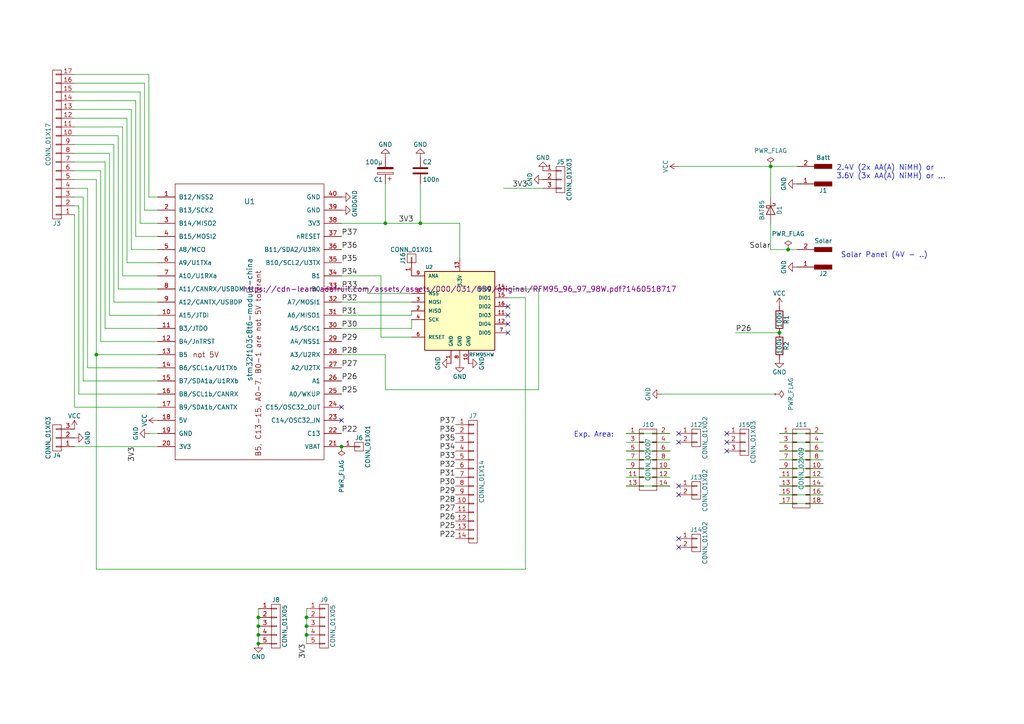
<source format=kicad_sch>
(kicad_sch (version 20250114) (generator "eeschema") (generator_version "9.0")
  (paper "A4")
  (title_block (title "STM32 RFM95 Proto Board") (date "2025-02-21") (rev "0.9") (company "http://v7f.eu"))
  (lib_symbols
    (symbol "RFM95:RFM95HW" (pin_names (offset 1.016))
      (property "Reference" "U" (at -8.89 6.35 0))
      (property "Value" "RFM95HW" (at 6.35 -19.05 0))
      (property "Datasheet" "https://cdn-learn.adafruit.com/assets/assets/000/031/659/original/RFM95_96_97_98W.pdf?1460518717" (at 0 0 0))
      (symbol "RFM95HW_0_1"
        (rectangle (start -10.16 5.08) (end 10.16 -17.78) (stroke (width 0.254)) (fill (type background)))
      )
      (symbol "RFM95HW_1_1"
        (pin passive line (at -13.97 3.81 0) (length 3.81) (name "ANA") (number "9"))
        (pin input line (at -13.97 -1.27 0) (length 3.81) (name "NSS") (number "5"))
        (pin input line (at -13.97 -3.81 0) (length 3.81) (name "MOSI") (number "3"))
        (pin tri_state line (at -13.97 -6.35 0) (length 3.81) (name "MISO") (number "2"))
        (pin input line (at -13.97 -8.89 0) (length 3.81) (name "SCK") (number "4"))
        (pin bidirectional line (at -13.97 -13.97 0) (length 3.81) (name "RESET") (number "6"))
        (pin power_in line (at -2.54 -21.59 90) (length 3.81) (name "GND") (number "1"))
        (pin power_in line (at 0 8.89 270) (length 3.81) (name "3.3V") (number "13"))
        (pin power_in line (at 0 -21.59 90) (length 3.81) (name "GND") (number "8"))
        (pin power_in line (at 2.54 -21.59 90) (length 3.81) (name "GND") (number "10"))
        (pin bidirectional line (at 13.97 0 180) (length 3.81) (name "DIO0") (number "14"))
        (pin bidirectional line (at 13.97 -2.54 180) (length 3.81) (name "DIO1") (number "15"))
        (pin bidirectional line (at 13.97 -5.08 180) (length 3.81) (name "DIO2") (number "16"))
        (pin bidirectional line (at 13.97 -7.62 180) (length 3.81) (name "DIO3") (number "11"))
        (pin bidirectional line (at 13.97 -10.16 180) (length 3.81) (name "DIO4") (number "12"))
        (pin bidirectional line (at 13.97 -12.7 180) (length 3.81) (name "DIO5") (number "7"))
      )
    )
    (symbol "STM-LORA-rescue:C" (pin_numbers (hide yes)) (pin_names (offset 0.254))
      (property "Reference" "C" (at 0.635 2.54 0))
      (property "Value" "C" (at 0.635 -2.54 0))
      (symbol "C_0_1"
        (polyline (pts (xy -2.032 0.762) (xy 2.032 0.762)) (stroke (width 0.508)))
        (polyline (pts (xy -2.032 -0.762) (xy 2.032 -0.762)) (stroke (width 0.508)))
      )
      (symbol "C_1_1"
        (pin passive line (at 0 3.81 270) (length 2.794) (name "~") (number "1"))
        (pin passive line (at 0 -3.81 90) (length 2.794) (name "~") (number "2"))
      )
    )
    (symbol "STM-LORA-rescue:CONN_01X01" (pin_names (offset 1.016) (hide yes))
      (property "Reference" "J" (at 0 2.54 0))
      (property "Value" "CONN_01X01" (at 2.54 0 90))
      (symbol "CONN_01X01_0_1"
        (rectangle (start -1.27 1.27) (end 1.27 -1.27))
        (rectangle (start -1.27 0.127) (end 0.254 -0.127))
      )
      (symbol "CONN_01X01_1_1"
        (pin passive line (at -5.08 0 0) (length 3.81) (name "P1") (number "1"))
      )
    )
    (symbol "STM-LORA-rescue:CONN_01X02" (pin_names (offset 1.016) (hide yes))
      (property "Reference" "J" (at 0 3.81 0))
      (property "Value" "CONN_01X02" (at 2.54 0 90))
      (symbol "CONN_01X02_0_1"
        (rectangle (start -1.27 2.54) (end 1.27 -2.54))
        (rectangle (start -1.27 1.397) (end 0.254 1.143))
        (rectangle (start -1.27 -1.143) (end 0.254 -1.397))
      )
      (symbol "CONN_01X02_1_1"
        (pin passive line (at -5.08 1.27 0) (length 3.81) (name "P1") (number "1"))
        (pin passive line (at -5.08 -1.27 0) (length 3.81) (name "P2") (number "2"))
      )
    )
    (symbol "STM-LORA-rescue:CONN_01X02_MALE" (pin_names (offset 1.016) (hide yes))
      (property "Reference" "J" (at 0 4.445 0))
      (property "Value" "CONN_01X02_MALE" (at 0 -5.08 0))
      (symbol "CONN_01X02_MALE_0_1"
        (rectangle (start -2.54 3.175) (end -2.54 3.175))
        (rectangle (start -2.54 -1.905) (end 2.54 -3.175) (fill (type outline)))
        (rectangle (start 2.54 3.175) (end -2.54 1.905) (fill (type outline)))
      )
      (symbol "CONN_01X02_MALE_1_1"
        (pin passive line (at 7.62 2.54 180) (length 5.08) (name "1") (number "1"))
        (pin passive line (at 7.62 -2.54 180) (length 5.08) (name "2") (number "2"))
      )
    )
    (symbol "STM-LORA-rescue:CONN_01X03" (pin_names (offset 1.016) (hide yes))
      (property "Reference" "J" (at 0 5.08 0))
      (property "Value" "CONN_01X03" (at 2.54 0 90))
      (symbol "CONN_01X03_0_1"
        (rectangle (start -1.27 3.81) (end 1.27 -3.81))
        (rectangle (start -1.27 2.667) (end 0.254 2.413))
        (rectangle (start -1.27 0.127) (end 0.254 -0.127))
        (rectangle (start -1.27 -2.413) (end 0.254 -2.667))
      )
      (symbol "CONN_01X03_1_1"
        (pin passive line (at -5.08 2.54 0) (length 3.81) (name "P1") (number "1"))
        (pin passive line (at -5.08 0 0) (length 3.81) (name "P2") (number "2"))
        (pin passive line (at -5.08 -2.54 0) (length 3.81) (name "P3") (number "3"))
      )
    )
    (symbol "STM-LORA-rescue:CONN_01X05" (pin_names (offset 1.016) (hide yes))
      (property "Reference" "J" (at 0 7.62 0))
      (property "Value" "CONN_01X05" (at 2.54 0 90))
      (symbol "CONN_01X05_0_1"
        (rectangle (start -1.27 6.35) (end 1.27 -6.35))
        (rectangle (start -1.27 5.207) (end 0.254 4.953))
        (rectangle (start -1.27 2.667) (end 0.254 2.413))
        (rectangle (start -1.27 0.127) (end 0.254 -0.127))
        (rectangle (start -1.27 -2.413) (end 0.254 -2.667))
        (rectangle (start -1.27 -4.953) (end 0.254 -5.207))
      )
      (symbol "CONN_01X05_1_1"
        (pin passive line (at -5.08 5.08 0) (length 3.81) (name "P1") (number "1"))
        (pin passive line (at -5.08 2.54 0) (length 3.81) (name "P2") (number "2"))
        (pin passive line (at -5.08 0 0) (length 3.81) (name "P3") (number "3"))
        (pin passive line (at -5.08 -2.54 0) (length 3.81) (name "P4") (number "4"))
        (pin passive line (at -5.08 -5.08 0) (length 3.81) (name "P5") (number "5"))
      )
    )
    (symbol "STM-LORA-rescue:CONN_01X14" (pin_names (offset 1.016) (hide yes))
      (property "Reference" "J" (at 0 19.05 0))
      (property "Value" "CONN_01X14" (at 2.54 0 90))
      (symbol "CONN_01X14_0_1"
        (rectangle (start -1.27 17.78) (end 1.27 -17.78))
        (rectangle (start -1.27 16.637) (end 0.254 16.383))
        (rectangle (start -1.27 14.097) (end 0.254 13.843))
        (rectangle (start -1.27 11.557) (end 0.254 11.303))
        (rectangle (start -1.27 9.017) (end 0.254 8.763))
        (rectangle (start -1.27 6.477) (end 0.254 6.223))
        (rectangle (start -1.27 3.937) (end 0.254 3.683))
        (rectangle (start -1.27 1.397) (end 0.254 1.143))
        (rectangle (start -1.27 -1.143) (end 0.254 -1.397))
        (rectangle (start -1.27 -3.683) (end 0.254 -3.937))
        (rectangle (start -1.27 -6.223) (end 0.254 -6.477))
        (rectangle (start -1.27 -8.763) (end 0.254 -9.017))
        (rectangle (start -1.27 -11.303) (end 0.254 -11.557))
        (rectangle (start -1.27 -13.843) (end 0.254 -14.097))
        (rectangle (start -1.27 -16.383) (end 0.254 -16.637))
      )
      (symbol "CONN_01X14_1_1"
        (pin passive line (at -5.08 16.51 0) (length 3.81) (name "P1") (number "1"))
        (pin passive line (at -5.08 13.97 0) (length 3.81) (name "P2") (number "2"))
        (pin passive line (at -5.08 11.43 0) (length 3.81) (name "P3") (number "3"))
        (pin passive line (at -5.08 8.89 0) (length 3.81) (name "P4") (number "4"))
        (pin passive line (at -5.08 6.35 0) (length 3.81) (name "P5") (number "5"))
        (pin passive line (at -5.08 3.81 0) (length 3.81) (name "P6") (number "6"))
        (pin passive line (at -5.08 1.27 0) (length 3.81) (name "P7") (number "7"))
        (pin passive line (at -5.08 -1.27 0) (length 3.81) (name "P8") (number "8"))
        (pin passive line (at -5.08 -3.81 0) (length 3.81) (name "P9") (number "9"))
        (pin passive line (at -5.08 -6.35 0) (length 3.81) (name "P10") (number "10"))
        (pin passive line (at -5.08 -8.89 0) (length 3.81) (name "P11") (number "11"))
        (pin passive line (at -5.08 -11.43 0) (length 3.81) (name "P12") (number "12"))
        (pin passive line (at -5.08 -13.97 0) (length 3.81) (name "P13") (number "13"))
        (pin passive line (at -5.08 -16.51 0) (length 3.81) (name "P14") (number "14"))
      )
    )
    (symbol "STM-LORA-rescue:CONN_01X17" (pin_names (offset 1.016) (hide yes))
      (property "Reference" "J" (at 0 22.86 0))
      (property "Value" "CONN_01X17" (at 2.54 0 90))
      (symbol "CONN_01X17_0_1"
        (rectangle (start -1.27 21.59) (end 1.27 -21.59))
        (rectangle (start -1.27 20.447) (end 0.254 20.193))
        (rectangle (start -1.27 17.907) (end 0.254 17.653))
        (rectangle (start -1.27 15.367) (end 0.254 15.113))
        (rectangle (start -1.27 12.827) (end 0.254 12.573))
        (rectangle (start -1.27 10.287) (end 0.254 10.033))
        (rectangle (start -1.27 7.747) (end 0.254 7.493))
        (rectangle (start -1.27 5.207) (end 0.254 4.953))
        (rectangle (start -1.27 2.667) (end 0.254 2.413))
        (rectangle (start -1.27 0.127) (end 0.254 -0.127))
        (rectangle (start -1.27 -2.413) (end 0.254 -2.667))
        (rectangle (start -1.27 -4.953) (end 0.254 -5.207))
        (rectangle (start -1.27 -7.493) (end 0.254 -7.747))
        (rectangle (start -1.27 -10.033) (end 0.254 -10.287))
        (rectangle (start -1.27 -12.573) (end 0.254 -12.827))
        (rectangle (start -1.27 -15.113) (end 0.254 -15.367))
        (rectangle (start -1.27 -17.653) (end 0.254 -17.907))
        (rectangle (start -1.27 -20.193) (end 0.254 -20.447))
      )
      (symbol "CONN_01X17_1_1"
        (pin passive line (at -5.08 20.32 0) (length 3.81) (name "P1") (number "1"))
        (pin passive line (at -5.08 17.78 0) (length 3.81) (name "P2") (number "2"))
        (pin passive line (at -5.08 15.24 0) (length 3.81) (name "P3") (number "3"))
        (pin passive line (at -5.08 12.7 0) (length 3.81) (name "P4") (number "4"))
        (pin passive line (at -5.08 10.16 0) (length 3.81) (name "P5") (number "5"))
        (pin passive line (at -5.08 7.62 0) (length 3.81) (name "P6") (number "6"))
        (pin passive line (at -5.08 5.08 0) (length 3.81) (name "P7") (number "7"))
        (pin passive line (at -5.08 2.54 0) (length 3.81) (name "P8") (number "8"))
        (pin passive line (at -5.08 0 0) (length 3.81) (name "P9") (number "9"))
        (pin passive line (at -5.08 -2.54 0) (length 3.81) (name "P10") (number "10"))
        (pin passive line (at -5.08 -5.08 0) (length 3.81) (name "P11") (number "11"))
        (pin passive line (at -5.08 -7.62 0) (length 3.81) (name "P12") (number "12"))
        (pin passive line (at -5.08 -10.16 0) (length 3.81) (name "P13") (number "13"))
        (pin passive line (at -5.08 -12.7 0) (length 3.81) (name "P14") (number "14"))
        (pin passive line (at -5.08 -15.24 0) (length 3.81) (name "P15") (number "15"))
        (pin passive line (at -5.08 -17.78 0) (length 3.81) (name "P16") (number "16"))
        (pin passive line (at -5.08 -20.32 0) (length 3.81) (name "P17") (number "17"))
      )
    )
    (symbol "STM-LORA-rescue:CONN_02X07" (pin_names (offset 0.0254) (hide yes))
      (property "Reference" "J" (at 0 10.16 0))
      (property "Value" "CONN_02X07" (at 0 0 90))
      (symbol "CONN_02X07_0_1"
        (rectangle (start -2.54 8.89) (end 2.54 -8.89))
        (rectangle (start -2.54 7.747) (end -1.27 7.493))
        (rectangle (start -2.54 5.207) (end -1.27 4.953))
        (rectangle (start -2.54 2.667) (end -1.27 2.413))
        (rectangle (start -2.54 0.127) (end -1.27 -0.127))
        (rectangle (start -2.54 -2.413) (end -1.27 -2.667))
        (rectangle (start -2.54 -4.953) (end -1.27 -5.207))
        (rectangle (start -2.54 -7.493) (end -1.27 -7.747))
        (rectangle (start 1.27 7.747) (end 2.54 7.493))
        (rectangle (start 1.27 5.207) (end 2.54 4.953))
        (rectangle (start 1.27 2.667) (end 2.54 2.413))
        (rectangle (start 1.27 0.127) (end 2.54 -0.127))
        (rectangle (start 1.27 -2.413) (end 2.54 -2.667))
        (rectangle (start 1.27 -4.953) (end 2.54 -5.207))
        (rectangle (start 1.27 -7.493) (end 2.54 -7.747))
      )
      (symbol "CONN_02X07_1_1"
        (pin passive line (at -6.35 7.62 0) (length 3.81) (name "P1") (number "1"))
        (pin passive line (at -6.35 5.08 0) (length 3.81) (name "P3") (number "3"))
        (pin passive line (at -6.35 2.54 0) (length 3.81) (name "P5") (number "5"))
        (pin passive line (at -6.35 0 0) (length 3.81) (name "P7") (number "7"))
        (pin passive line (at -6.35 -2.54 0) (length 3.81) (name "P9") (number "9"))
        (pin passive line (at -6.35 -5.08 0) (length 3.81) (name "P11") (number "11"))
        (pin passive line (at -6.35 -7.62 0) (length 3.81) (name "P13") (number "13"))
        (pin passive line (at 6.35 7.62 180) (length 3.81) (name "P2") (number "2"))
        (pin passive line (at 6.35 5.08 180) (length 3.81) (name "P4") (number "4"))
        (pin passive line (at 6.35 2.54 180) (length 3.81) (name "P6") (number "6"))
        (pin passive line (at 6.35 0 180) (length 3.81) (name "P8") (number "8"))
        (pin passive line (at 6.35 -2.54 180) (length 3.81) (name "P10") (number "10"))
        (pin passive line (at 6.35 -5.08 180) (length 3.81) (name "P12") (number "12"))
        (pin passive line (at 6.35 -7.62 180) (length 3.81) (name "P14") (number "14"))
      )
    )
    (symbol "STM-LORA-rescue:CONN_02X09" (pin_names (offset 0.0254) (hide yes))
      (property "Reference" "J" (at 0 12.7 0))
      (property "Value" "CONN_02X09" (at 0 0 90))
      (symbol "CONN_02X09_0_1"
        (rectangle (start -2.54 11.43) (end 2.54 -11.43))
        (rectangle (start -2.54 10.287) (end -1.27 10.033))
        (rectangle (start -2.54 7.747) (end -1.27 7.493))
        (rectangle (start -2.54 5.207) (end -1.27 4.953))
        (rectangle (start -2.54 2.667) (end -1.27 2.413))
        (rectangle (start -2.54 0.127) (end -1.27 -0.127))
        (rectangle (start -2.54 -2.413) (end -1.27 -2.667))
        (rectangle (start -2.54 -4.953) (end -1.27 -5.207))
        (rectangle (start -2.54 -7.493) (end -1.27 -7.747))
        (rectangle (start -2.54 -10.033) (end -1.27 -10.287))
        (rectangle (start 1.27 10.287) (end 2.54 10.033))
        (rectangle (start 1.27 7.747) (end 2.54 7.493))
        (rectangle (start 1.27 5.207) (end 2.54 4.953))
        (rectangle (start 1.27 2.667) (end 2.54 2.413))
        (rectangle (start 1.27 0.127) (end 2.54 -0.127))
        (rectangle (start 1.27 -2.413) (end 2.54 -2.667))
        (rectangle (start 1.27 -4.953) (end 2.54 -5.207))
        (rectangle (start 1.27 -7.493) (end 2.54 -7.747))
        (rectangle (start 1.27 -10.033) (end 2.54 -10.287))
      )
      (symbol "CONN_02X09_1_1"
        (pin passive line (at -6.35 10.16 0) (length 3.81) (name "P1") (number "1"))
        (pin passive line (at -6.35 7.62 0) (length 3.81) (name "P3") (number "3"))
        (pin passive line (at -6.35 5.08 0) (length 3.81) (name "P5") (number "5"))
        (pin passive line (at -6.35 2.54 0) (length 3.81) (name "P7") (number "7"))
        (pin passive line (at -6.35 0 0) (length 3.81) (name "P9") (number "9"))
        (pin passive line (at -6.35 -2.54 0) (length 3.81) (name "P11") (number "11"))
        (pin passive line (at -6.35 -5.08 0) (length 3.81) (name "P13") (number "13"))
        (pin passive line (at -6.35 -7.62 0) (length 3.81) (name "P15") (number "15"))
        (pin passive line (at -6.35 -10.16 0) (length 3.81) (name "P17") (number "17"))
        (pin passive line (at 6.35 10.16 180) (length 3.81) (name "P2") (number "2"))
        (pin passive line (at 6.35 7.62 180) (length 3.81) (name "P4") (number "4"))
        (pin passive line (at 6.35 5.08 180) (length 3.81) (name "P6") (number "6"))
        (pin passive line (at 6.35 2.54 180) (length 3.81) (name "P8") (number "8"))
        (pin passive line (at 6.35 0 180) (length 3.81) (name "P10") (number "10"))
        (pin passive line (at 6.35 -2.54 180) (length 3.81) (name "P12") (number "12"))
        (pin passive line (at 6.35 -5.08 180) (length 3.81) (name "P14") (number "14"))
        (pin passive line (at 6.35 -7.62 180) (length 3.81) (name "P16") (number "16"))
        (pin passive line (at 6.35 -10.16 180) (length 3.81) (name "P18") (number "18"))
      )
    )
    (symbol "STM-LORA-rescue:CP" (pin_numbers (hide yes)) (pin_names (offset 0.254))
      (property "Reference" "C" (at 0.635 2.54 0))
      (property "Value" "CP" (at 0.635 -2.54 0))
      (symbol "CP_0_1"
        (rectangle (start -2.286 0.508) (end -2.286 1.016))
        (rectangle (start -2.286 0.508) (end 2.286 0.508))
        (polyline (pts (xy -1.778 2.286) (xy -0.762 2.286)))
        (polyline (pts (xy -1.27 2.794) (xy -1.27 1.778)))
        (rectangle (start 2.286 1.016) (end -2.286 1.016))
        (rectangle (start 2.286 1.016) (end 2.286 0.508))
        (rectangle (start 2.286 -0.508) (end -2.286 -1.016) (fill (type outline)))
      )
      (symbol "CP_1_1"
        (pin passive line (at 0 3.81 270) (length 2.794) (name "~") (number "1"))
        (pin passive line (at 0 -3.81 90) (length 2.794) (name "~") (number "2"))
      )
    )
    (symbol "STM-LORA-rescue:D_Schottky" (pin_numbers (hide yes)) (pin_names (offset 1.016) (hide yes))
      (property "Reference" "D" (at 0 2.54 0))
      (property "Value" "D_Schottky" (at 0 -2.54 0))
      (symbol "D_Schottky_0_1"
        (polyline (pts (xy -1.905 0.635) (xy -1.905 1.27) (xy -1.27 1.27) (xy -1.27 -1.27) (xy -0.635 -1.27) (xy -0.635 -0.635)) (stroke (width 0.2032)))
        (polyline (pts (xy 1.27 1.27) (xy 1.27 -1.27) (xy -1.27 0) (xy 1.27 1.27)) (stroke (width 0.2032)))
        (polyline (pts (xy 1.27 0) (xy -1.27 0)))
      )
      (symbol "D_Schottky_1_1"
        (pin passive line (at -3.81 0 0) (length 2.54) (name "K") (number "1"))
        (pin passive line (at 3.81 0 180) (length 2.54) (name "A") (number "2"))
      )
    )
    (symbol "STM-LORA-rescue:R" (pin_numbers (hide yes)) (pin_names (offset 0))
      (property "Reference" "R" (at 2.032 0 90))
      (property "Value" "R" (at 0 0 90))
      (symbol "R_0_1"
        (rectangle (start -1.016 -2.54) (end 1.016 2.54) (stroke (width 0.254)))
      )
      (symbol "R_1_1"
        (pin passive line (at 0 3.81 270) (length 1.27) (name "~") (number "1"))
        (pin passive line (at 0 -3.81 90) (length 1.27) (name "~") (number "2"))
      )
    )
    (symbol "power:GND" (power) (pin_numbers (hide yes)) (pin_names (offset 0) (hide yes))
      (property "Value" "GND" (at 0 -3.81 0))
      (symbol "GND_0_1"
        (polyline (pts (xy 0 0) (xy 0 -1.27) (xy 1.27 -1.27) (xy 0 -2.54) (xy -1.27 -1.27) (xy 0 -1.27)))
      )
      (symbol "GND_1_1"
        (pin power_in line (at 0 0 270) (length 0) (name "~") (number "1"))
      )
    )
    (symbol "power:PWR_FLAG" (power) (pin_numbers (hide yes)) (pin_names (offset 0) (hide yes))
      (property "Value" "PWR_FLAG" (at 0 3.81 0))
      (symbol "PWR_FLAG_0_0"
        (pin power_out line (at 0 0 90) (length 0) (name "~") (number "1"))
      )
      (symbol "PWR_FLAG_0_1"
        (polyline (pts (xy 0 0) (xy 0 1.27) (xy -1.016 1.905) (xy 0 2.54) (xy 1.016 1.905) (xy 0 1.27)))
      )
    )
    (symbol "power:VCC" (power) (pin_numbers (hide yes)) (pin_names (offset 0) (hide yes))
      (property "Value" "VCC" (at 0 3.556 0))
      (symbol "VCC_0_1"
        (polyline (pts (xy -0.762 1.27) (xy 0 2.54)))
        (polyline (pts (xy 0 2.54) (xy 0.762 1.27)))
        (polyline (pts (xy 0 0) (xy 0 2.54)))
      )
      (symbol "VCC_1_1"
        (pin power_in line (at 0 0 90) (length 0) (name "~") (number "1"))
      )
    )
    (symbol "stm32f103c8t6-module-china:stm32f103c8t6-module-china" (pin_names (offset 1.016))
      (property "Reference" "U" (at 0 34.29 0))
      (property "Value" "stm32f103c8t6-module-china" (at 0 0 90))
      (symbol "stm32f103c8t6-module-china_0_0"
        (text "not 5V" (at -12.7 -10.16 0) (effects (font (size 1.524 1.524))))
        (text "B5, C13-15, A0-7, B0-1 are not 5V tolerant" (at 2.54 -12.7 900) (effects (font (size 1.524 1.524))))
      )
      (symbol "stm32f103c8t6-module-china_0_1"
        (rectangle (start -21.59 39.37) (end 21.59 -40.64))
      )
      (symbol "stm32f103c8t6-module-china_1_1"
        (pin bidirectional line (at -26.67 35.56 0) (length 5.08) (name "B12/NSS2") (number "1"))
        (pin bidirectional line (at -26.67 31.75 0) (length 5.08) (name "B13/SCK2") (number "2"))
        (pin bidirectional line (at -26.67 27.94 0) (length 5.08) (name "B14/MISO2") (number "3"))
        (pin bidirectional line (at -26.67 24.13 0) (length 5.08) (name "B15/MOSI2") (number "4"))
        (pin bidirectional line (at -26.67 20.32 0) (length 5.08) (name "A8/MCO") (number "5"))
        (pin bidirectional line (at -26.67 16.51 0) (length 5.08) (name "A9/U1TXa") (number "6"))
        (pin bidirectional line (at -26.67 12.7 0) (length 5.08) (name "A10/U1RXa") (number "7"))
        (pin bidirectional line (at -26.67 8.89 0) (length 5.08) (name "A11/CANRX/USBDM") (number "8"))
        (pin bidirectional line (at -26.67 5.08 0) (length 5.08) (name "A12/CANTX/USBDP") (number "9"))
        (pin bidirectional line (at -26.67 1.27 0) (length 5.08) (name "A15/JTDI") (number "10"))
        (pin bidirectional line (at -26.67 -2.54 0) (length 5.08) (name "B3/JTDO") (number "11"))
        (pin bidirectional line (at -26.67 -6.35 0) (length 5.08) (name "B4/JnTRST") (number "12"))
        (pin bidirectional line (at -26.67 -10.16 0) (length 5.08) (name "B5") (number "13"))
        (pin bidirectional line (at -26.67 -13.97 0) (length 5.08) (name "B6/SCL1a/U1TXb") (number "14"))
        (pin bidirectional line (at -26.67 -17.78 0) (length 5.08) (name "B7/SDA1a/U1RXb") (number "15"))
        (pin bidirectional line (at -26.67 -21.59 0) (length 5.08) (name "B8/SCL1b/CANRX") (number "16"))
        (pin bidirectional line (at -26.67 -25.4 0) (length 5.08) (name "B9/SDA1b/CANTX") (number "17"))
        (pin power_in line (at -26.67 -29.21 0) (length 5.08) (name "5V") (number "18"))
        (pin passive line (at -26.67 -33.02 0) (length 5.08) (name "GND") (number "19"))
        (pin power_out line (at -26.67 -36.83 0) (length 5.08) (name "3V3") (number "20"))
        (pin passive line (at 26.67 35.56 180) (length 5.08) (name "GND") (number "40"))
        (pin passive line (at 26.67 31.75 180) (length 5.08) (name "GND") (number "39"))
        (pin passive line (at 26.67 27.94 180) (length 5.08) (name "3V3") (number "38"))
        (pin input line (at 26.67 24.13 180) (length 5.08) (name "nRESET") (number "37"))
        (pin bidirectional line (at 26.67 20.32 180) (length 5.08) (name "B11/SDA2/U3RX") (number "36"))
        (pin input line (at 26.67 16.51 180) (length 5.08) (name "B10/SCL2/U3TX") (number "35"))
        (pin bidirectional line (at 26.67 12.7 180) (length 5.08) (name "B1") (number "34"))
        (pin bidirectional line (at 26.67 8.89 180) (length 5.08) (name "B0") (number "33"))
        (pin bidirectional line (at 26.67 5.08 180) (length 5.08) (name "A7/MOSI1") (number "32"))
        (pin bidirectional line (at 26.67 1.27 180) (length 5.08) (name "A6/MISO1") (number "31"))
        (pin bidirectional line (at 26.67 -2.54 180) (length 5.08) (name "A5/SCK1") (number "30"))
        (pin bidirectional line (at 26.67 -6.35 180) (length 5.08) (name "A4/NSS1") (number "29"))
        (pin bidirectional line (at 26.67 -10.16 180) (length 5.08) (name "A3/U2RX") (number "28"))
        (pin bidirectional line (at 26.67 -13.97 180) (length 5.08) (name "A2/U2TX") (number "27"))
        (pin bidirectional line (at 26.67 -17.78 180) (length 5.08) (name "A1") (number "26"))
        (pin bidirectional line (at 26.67 -21.59 180) (length 5.08) (name "A0/WKUP") (number "25"))
        (pin input line (at 26.67 -25.4 180) (length 5.08) (name "C15/OSC32_OUT") (number "24"))
        (pin input line (at 26.67 -29.21 180) (length 5.08) (name "C14/OSC32_IN") (number "23"))
        (pin bidirectional line (at 26.67 -33.02 180) (length 5.08) (name "C13") (number "22"))
        (pin power_in line (at 26.67 -36.83 180) (length 5.08) (name "VBAT") (number "21"))
      )
    )
  )
  (text "Exp. Area:" (at 166.37 127 0) (effects (font (size 1.524 1.524)) (justify left bottom)))
  (text "2.4V (2x AA(A) NiMH) or\n3.6V (3x AA(A) NiMH) or ..." (at 242.57 52.07 0) (effects (font (size 1.524 1.524)) (justify left bottom)))
  (text "Solar Panel (4V - ..)" (at 243.84 74.93 0) (effects (font (size 1.524 1.524)) (justify left bottom)))
  (junction (at 74.93 179.07))
  (junction (at 228.6 72.39))
  (junction (at 121.92 64.77))
  (junction (at 111.76 64.77))
  (junction (at 27.94 102.87))
  (junction (at 223.52 48.26))
  (junction (at 74.93 184.15))
  (junction (at 88.9 181.61))
  (junction (at 226.06 96.52))
  (junction (at 74.93 186.69))
  (junction (at 88.9 184.15))
  (junction (at 74.93 181.61))
  (junction (at 88.9 179.07))
  (junction (at 99.06 129.54))
  (no_connect (at 99.06 121.92))
  (no_connect (at 147.32 96.52))
  (no_connect (at 196.85 143.51))
  (no_connect (at 196.85 156.21))
  (no_connect (at 147.32 93.98))
  (no_connect (at 196.85 128.27))
  (no_connect (at 210.82 130.81))
  (no_connect (at 210.82 128.27))
  (no_connect (at 99.06 118.11))
  (no_connect (at 147.32 88.9))
  (no_connect (at 196.85 140.97))
  (no_connect (at 196.85 158.75))
  (no_connect (at 147.32 91.44))
  (no_connect (at 210.82 125.73))
  (no_connect (at 196.85 125.73))
  (wire (pts (xy 31.75 44.45) (xy 21.59 44.45)))
  (wire (pts (xy 228.6 72.39) (xy 231.14 72.39)))
  (wire (pts (xy 99.06 91.44) (xy 119.38 91.44)))
  (wire (pts (xy 41.91 24.13) (xy 41.91 60.96)))
  (wire (pts (xy 30.48 46.99) (xy 21.59 46.99)))
  (wire (pts (xy 147.32 86.36) (xy 152.4 86.36)))
  (wire (pts (xy 38.1 31.75) (xy 21.59 31.75)))
  (wire (pts (xy 106.68 83.82) (xy 106.68 85.09)))
  (wire (pts (xy 88.9 176.53) (xy 88.9 179.07)))
  (wire (pts (xy 226.06 133.35) (xy 238.76 133.35)))
  (wire (pts (xy 39.37 29.21) (xy 39.37 68.58)))
  (wire (pts (xy 119.38 95.25) (xy 99.06 95.25)))
  (wire (pts (xy 181.61 133.35) (xy 194.31 133.35)))
  (wire (pts (xy 74.93 181.61) (xy 74.93 184.15)))
  (wire (pts (xy 74.93 176.53) (xy 74.93 179.07)))
  (wire (pts (xy 226.06 143.51) (xy 238.76 143.51)))
  (wire (pts (xy 88.9 181.61) (xy 88.9 184.15)))
  (wire (pts (xy 35.56 80.01) (xy 45.72 80.01)))
  (wire (pts (xy 119.38 92.71) (xy 119.38 95.25)))
  (wire (pts (xy 121.92 53.34) (xy 121.92 64.77)))
  (wire (pts (xy 147.32 83.82) (xy 156.21 83.82)))
  (wire (pts (xy 43.18 21.59) (xy 21.59 21.59)))
  (wire (pts (xy 45.72 99.06) (xy 29.21 99.06)))
  (wire (pts (xy 30.48 95.25) (xy 30.48 46.99)))
  (wire (pts (xy 111.76 102.87) (xy 99.06 102.87)))
  (wire (pts (xy 25.4 54.61) (xy 21.59 54.61)))
  (wire (pts (xy 226.06 138.43) (xy 238.76 138.43)))
  (wire (pts (xy 110.49 97.79) (xy 110.49 80.01)))
  (wire (pts (xy 43.18 125.73) (xy 45.72 125.73)))
  (wire (pts (xy 110.49 80.01) (xy 99.06 80.01)))
  (wire (pts (xy 223.52 72.39) (xy 223.52 64.77)))
  (wire (pts (xy 24.13 110.49) (xy 24.13 57.15)))
  (wire (pts (xy 21.59 24.13) (xy 41.91 24.13)))
  (wire (pts (xy 25.4 106.68) (xy 25.4 54.61)))
  (wire (pts (xy 74.93 179.07) (xy 74.93 181.61)))
  (wire (pts (xy 119.38 87.63) (xy 99.06 87.63)))
  (wire (pts (xy 181.61 135.89) (xy 194.31 135.89)))
  (wire (pts (xy 223.52 72.39) (xy 228.6 72.39)))
  (wire (pts (xy 40.64 26.67) (xy 21.59 26.67)))
  (wire (pts (xy 27.94 165.1) (xy 27.94 102.87)))
  (wire (pts (xy 156.21 83.82) (xy 156.21 113.03)))
  (wire (pts (xy 181.61 140.97) (xy 194.31 140.97)))
  (wire (pts (xy 45.72 95.25) (xy 30.48 95.25)))
  (wire (pts (xy 213.36 96.52) (xy 226.06 96.52)))
  (wire (pts (xy 45.72 83.82) (xy 34.29 83.82)))
  (wire (pts (xy 88.9 179.07) (xy 88.9 181.61)))
  (wire (pts (xy 133.35 64.77) (xy 133.35 74.93)))
  (wire (pts (xy 36.83 76.2) (xy 45.72 76.2)))
  (wire (pts (xy 43.18 57.15) (xy 43.18 21.59)))
  (wire (pts (xy 34.29 39.37) (xy 21.59 39.37)))
  (wire (pts (xy 27.94 52.07) (xy 21.59 52.07)))
  (wire (pts (xy 88.9 184.15) (xy 88.9 186.69)))
  (wire (pts (xy 194.31 128.27) (xy 181.61 128.27)))
  (wire (pts (xy 21.59 118.11) (xy 21.59 62.23)))
  (wire (pts (xy 38.1 72.39) (xy 38.1 31.75)))
  (wire (pts (xy 27.94 102.87) (xy 45.72 102.87)))
  (wire (pts (xy 45.72 91.44) (xy 31.75 91.44)))
  (wire (pts (xy 111.76 113.03) (xy 111.76 102.87)))
  (wire (pts (xy 29.21 49.53) (xy 21.59 49.53)))
  (wire (pts (xy 119.38 97.79) (xy 110.49 97.79)))
  (wire (pts (xy 111.76 64.77) (xy 111.76 53.34)))
  (wire (pts (xy 45.72 114.3) (xy 22.86 114.3)))
  (wire (pts (xy 191.77 114.3) (xy 224.79 114.3)))
  (wire (pts (xy 45.72 72.39) (xy 38.1 72.39)))
  (wire (pts (xy 111.76 64.77) (xy 121.92 64.77)))
  (wire (pts (xy 24.13 57.15) (xy 21.59 57.15)))
  (wire (pts (xy 99.06 83.82) (xy 106.68 83.82)))
  (wire (pts (xy 106.68 85.09) (xy 119.38 85.09)))
  (wire (pts (xy 194.31 138.43) (xy 181.61 138.43)))
  (wire (pts (xy 41.91 60.96) (xy 45.72 60.96)))
  (wire (pts (xy 22.86 114.3) (xy 22.86 59.69)))
  (wire (pts (xy 226.06 146.05) (xy 238.76 146.05)))
  (wire (pts (xy 33.02 87.63) (xy 33.02 41.91)))
  (wire (pts (xy 31.75 91.44) (xy 31.75 44.45)))
  (wire (pts (xy 33.02 41.91) (xy 21.59 41.91)))
  (wire (pts (xy 74.93 184.15) (xy 74.93 186.69)))
  (wire (pts (xy 156.21 113.03) (xy 111.76 113.03)))
  (wire (pts (xy 223.52 48.26) (xy 231.14 48.26)))
  (wire (pts (xy 35.56 36.83) (xy 35.56 80.01)))
  (wire (pts (xy 238.76 140.97) (xy 226.06 140.97)))
  (wire (pts (xy 146.05 54.61) (xy 157.48 54.61)))
  (wire (pts (xy 21.59 129.54) (xy 45.72 129.54)))
  (wire (pts (xy 29.21 99.06) (xy 29.21 49.53)))
  (wire (pts (xy 45.72 106.68) (xy 25.4 106.68)))
  (wire (pts (xy 45.72 110.49) (xy 24.13 110.49)))
  (wire (pts (xy 223.52 48.26) (xy 223.52 57.15)))
  (wire (pts (xy 39.37 68.58) (xy 45.72 68.58)))
  (wire (pts (xy 21.59 34.29) (xy 36.83 34.29)))
  (wire (pts (xy 22.86 59.69) (xy 21.59 59.69)))
  (wire (pts (xy 121.92 64.77) (xy 133.35 64.77)))
  (wire (pts (xy 45.72 64.77) (xy 40.64 64.77)))
  (wire (pts (xy 34.29 83.82) (xy 34.29 39.37)))
  (wire (pts (xy 226.06 128.27) (xy 238.76 128.27)))
  (wire (pts (xy 36.83 34.29) (xy 36.83 76.2)))
  (wire (pts (xy 27.94 102.87) (xy 27.94 52.07)))
  (wire (pts (xy 21.59 29.21) (xy 39.37 29.21)))
  (wire (pts (xy 196.85 48.26) (xy 223.52 48.26)))
  (wire (pts (xy 181.61 130.81) (xy 194.31 130.81)))
  (wire (pts (xy 21.59 36.83) (xy 35.56 36.83)))
  (wire (pts (xy 45.72 118.11) (xy 21.59 118.11)))
  (wire (pts (xy 45.72 57.15) (xy 43.18 57.15)))
  (wire (pts (xy 238.76 135.89) (xy 226.06 135.89)))
  (wire (pts (xy 181.61 125.73) (xy 194.31 125.73)))
  (wire (pts (xy 45.72 87.63) (xy 33.02 87.63)))
  (wire (pts (xy 40.64 64.77) (xy 40.64 26.67)))
  (wire (pts (xy 152.4 86.36) (xy 152.4 165.1)))
  (wire (pts (xy 152.4 165.1) (xy 27.94 165.1)))
  (wire (pts (xy 226.06 125.73) (xy 238.76 125.73)))
  (wire (pts (xy 99.06 64.77) (xy 111.76 64.77)))
  (wire (pts (xy 238.76 130.81) (xy 226.06 130.81)))
  (wire (pts (xy 119.38 91.44) (xy 119.38 90.17)))
  (label "3V3" (at 39.37 129.54 270) (effects (font (size 1.524 1.524))))
  (label "P29" (at 99.06 99.06 0) (effects (font (size 1.524 1.524))))
  (label "P37" (at 99.06 68.58 0) (effects (font (size 1.524 1.524))))
  (label "P32" (at 132.08 135.89 180) (effects (font (size 1.524 1.524))))
  (label "P27" (at 99.06 106.68 0) (effects (font (size 1.524 1.524))))
  (label "P35" (at 132.08 128.27 180) (effects (font (size 1.524 1.524))))
  (label "P29" (at 132.08 143.51 180) (effects (font (size 1.524 1.524))))
  (label "P34" (at 99.06 80.01 0) (effects (font (size 1.524 1.524))))
  (label "P26" (at 99.06 110.49 0) (effects (font (size 1.524 1.524))))
  (label "3V3" (at 88.9 186.69 270) (effects (font (size 1.524 1.524))))
  (label "P25" (at 132.08 153.67 180) (effects (font (size 1.524 1.524))))
  (label "P26" (at 213.36 96.52 0) (effects (font (size 1.524 1.524))))
  (label "P34" (at 132.08 130.81 180) (effects (font (size 1.524 1.524))))
  (label "P28" (at 99.06 102.87 0) (effects (font (size 1.524 1.524))))
  (label "3V3" (at 115.57 64.77 0) (effects (font (size 1.524 1.524))))
  (label "P25" (at 99.06 114.3 0) (effects (font (size 1.524 1.524))))
  (label "P36" (at 99.06 72.39 0) (effects (font (size 1.524 1.524))))
  (label "3V3" (at 148.59 54.61 0) (effects (font (size 1.524 1.524))))
  (label "P22" (at 132.08 156.21 180) (effects (font (size 1.524 1.524))))
  (label "P30" (at 99.06 95.25 0) (effects (font (size 1.524 1.524))))
  (label "P26" (at 132.08 151.13 180) (effects (font (size 1.524 1.524))))
  (label "P31" (at 99.06 91.44 0) (effects (font (size 1.524 1.524))))
  (label "P33" (at 132.08 133.35 180) (effects (font (size 1.524 1.524))))
  (label "P27" (at 132.08 148.59 180) (effects (font (size 1.524 1.524))))
  (label "Solar" (at 223.52 72.39 180) (effects (font (size 1.524 1.524))))
  (label "P35" (at 99.06 76.2 0) (effects (font (size 1.524 1.524))))
  (label "P37" (at 132.08 123.19 180) (effects (font (size 1.524 1.524))))
  (label "P32" (at 99.06 87.63 0) (effects (font (size 1.524 1.524))))
  (label "P22" (at 99.06 125.73 0) (effects (font (size 1.524 1.524))))
  (label "P36" (at 132.08 125.73 180) (effects (font (size 1.524 1.524))))
  (label "P30" (at 132.08 140.97 180) (effects (font (size 1.524 1.524))))
  (label "P31" (at 132.08 138.43 180) (effects (font (size 1.524 1.524))))
  (label "P33" (at 99.06 83.82 0) (effects (font (size 1.524 1.524))))
  (label "P28" (at 132.08 146.05 180) (effects (font (size 1.524 1.524))))
  (symbol (lib_id "power:VCC") (at 196.85 48.26 90) (unit 1)
    (property "Reference" "#PWR01" (effects (hide yes)))
    (property "Value" "VCC" (at 193.04 48.26 0))
    (property "Description" "Power symbol creates a global label with name \"VCC\"" (effects (hide yes)))
  )
  (symbol (lib_id "stm32f103c8t6-module-china:stm32f103c8t6-module-china") (at 72.39 92.71 0) (unit 1)
    (property "Reference" "U1" (at 72.39 58.42 0) (effects (font (size 1.524 1.524))))
    (property "Value" "stm32f103c8t6-module-china" (at 72.39 92.71 90) (effects (font (size 1.524 1.524))))
    (property "Footprint" "STM32China:stm32f103c8t6-module-china" (effects (hide yes)))
  )
  (symbol (lib_id "RFM95:RFM95HW") (at 133.35 83.82 0) (unit 1)
    (property "Reference" "U2" (at 124.46 77.47 0) (effects (font (size 1.016 1.016))))
    (property "Value" "RFM95HW" (at 139.7 102.87 0) (effects (font (size 1.016 1.016))))
    (property "Footprint" "RFM:RFM95" (effects (hide yes)))
    (property "Datasheet" "https://cdn-learn.adafruit.com/assets/assets/000/031/659/original/RFM95_96_97_98W.pdf?1460518717" (at 133.35 83.82 0) (effects (font (size 1.524 1.524))))
    (property "Description" "RFM95HW, LORA +20dBm HopeRF Wireless Transceiver, Vcc=3.3V" (effects (hide yes)))
  )
  (symbol (lib_id "power:GND") (at 99.06 57.15 90) (unit 1)
    (property "Reference" "#PWR02" (effects (hide yes)))
    (property "Value" "GND" (at 102.87 57.15 0))
    (property "Description" "Power symbol creates a global label with name \"GND\" , ground" (effects (hide yes)))
  )
  (symbol (lib_id "power:GND") (at 99.06 60.96 90) (unit 1)
    (property "Reference" "#PWR03" (effects (hide yes)))
    (property "Value" "GND" (at 102.87 60.96 0))
    (property "Description" "Power symbol creates a global label with name \"GND\" , ground" (effects (hide yes)))
  )
  (symbol (lib_id "power:GND") (at 43.18 125.73 270) (unit 1)
    (property "Reference" "#PWR04" (effects (hide yes)))
    (property "Value" "GND" (at 39.37 125.73 0))
    (property "Description" "Power symbol creates a global label with name \"GND\" , ground" (effects (hide yes)))
  )
  (symbol (lib_id "power:GND") (at 130.81 105.41 270) (unit 1)
    (property "Reference" "#PWR05" (effects (hide yes)))
    (property "Value" "GND" (at 127 105.41 0))
    (property "Description" "Power symbol creates a global label with name \"GND\" , ground" (effects (hide yes)))
  )
  (symbol (lib_id "power:GND") (at 133.35 105.41 0) (unit 1)
    (property "Reference" "#PWR06" (effects (hide yes)))
    (property "Value" "GND" (at 133.35 109.22 0))
    (property "Description" "Power symbol creates a global label with name \"GND\" , ground" (effects (hide yes)))
  )
  (symbol (lib_id "power:GND") (at 135.89 105.41 90) (unit 1)
    (property "Reference" "#PWR07" (effects (hide yes)))
    (property "Value" "GND" (at 139.7 105.41 0))
    (property "Description" "Power symbol creates a global label with name \"GND\" , ground" (effects (hide yes)))
  )
  (symbol (lib_id "power:GND") (at 191.77 114.3 270) (unit 1)
    (property "Reference" "#PWR08" (effects (hide yes)))
    (property "Value" "GND" (at 187.96 114.3 0))
    (property "Description" "Power symbol creates a global label with name \"GND\" , ground" (effects (hide yes)))
  )
  (symbol (lib_id "STM-LORA-rescue:R") (at 226.06 100.33 0) (unit 1)
    (property "Reference" "R2" (at 228.092 100.33 90))
    (property "Value" "100k" (at 226.06 100.33 90))
    (property "Footprint" "Resistor_THT:R_Axial_DIN0309_L9.0mm_D3.2mm_P2.54mm_Vertical" (effects (hide yes)))
  )
  (symbol (lib_id "STM-LORA-rescue:R") (at 226.06 92.71 0) (unit 1)
    (property "Reference" "R1" (at 228.092 92.71 90))
    (property "Value" "100k" (at 226.06 92.71 90))
    (property "Footprint" "Resistor_THT:R_Axial_DIN0309_L9.0mm_D3.2mm_P2.54mm_Vertical" (effects (hide yes)))
  )
  (symbol (lib_id "power:VCC") (at 226.06 88.9 0) (unit 1)
    (property "Reference" "#PWR09" (effects (hide yes)))
    (property "Value" "VCC" (at 226.06 85.09 0))
    (property "Description" "Power symbol creates a global label with name \"VCC\"" (effects (hide yes)))
  )
  (symbol (lib_id "power:GND") (at 226.06 104.14 0) (unit 1)
    (property "Reference" "#PWR010" (effects (hide yes)))
    (property "Value" "GND" (at 226.06 107.95 0))
    (property "Description" "Power symbol creates a global label with name \"GND\" , ground" (effects (hide yes)))
  )
  (symbol (lib_id "STM-LORA-rescue:D_Schottky") (at 223.52 60.96 270) (unit 1)
    (property "Reference" "D1" (at 226.06 60.96 0))
    (property "Value" "BAT85" (at 220.98 60.96 0))
    (property "Footprint" "Diode_THT:D_DO-35_SOD27_P2.54mm_Vertical_AnodeUp" (effects (hide yes)))
  )
  (symbol (lib_id "power:PWR_FLAG") (at 224.79 114.3 270) (unit 1)
    (property "Reference" "#FLG011" (effects (hide yes)))
    (property "Value" "PWR_FLAG" (at 229.362 114.3 0))
    (property "Datasheet" "~" (at 224.79 114.3 0))
    (property "Description" "Special symbol for telling ERC where power comes from" (effects (hide yes)))
  )
  (symbol (lib_id "power:PWR_FLAG") (at 223.52 48.26 0) (unit 1)
    (property "Reference" "#FLG012" (effects (hide yes)))
    (property "Value" "PWR_FLAG" (at 223.52 43.688 0))
    (property "Datasheet" "~" (at 223.52 48.26 0))
    (property "Description" "Special symbol for telling ERC where power comes from" (effects (hide yes)))
  )
  (symbol (lib_id "power:PWR_FLAG") (at 228.6 72.39 0) (unit 1)
    (property "Reference" "#FLG013" (effects (hide yes)))
    (property "Value" "PWR_FLAG" (at 228.6 67.818 0))
    (property "Datasheet" "~" (at 228.6 72.39 0))
    (property "Description" "Special symbol for telling ERC where power comes from" (effects (hide yes)))
  )
  (symbol (lib_id "power:VCC") (at 45.72 121.92 90) (unit 1)
    (property "Reference" "#PWR014" (effects (hide yes)))
    (property "Value" "VCC" (at 41.91 121.92 0))
    (property "Description" "Power symbol creates a global label with name \"VCC\"" (effects (hide yes)))
  )
  (symbol (lib_id "STM-LORA-rescue:CP") (at 111.76 49.53 180) (unit 1)
    (property "Reference" "C1" (at 111.125 52.07 0) (effects (justify left)))
    (property "Value" "100µ" (at 111.125 46.99 0) (effects (justify left)))
    (property "Footprint" "Capacitor_THT:CP_Radial_D6.3mm_P2.50mm" (effects (hide yes)))
  )
  (symbol (lib_id "STM-LORA-rescue:C") (at 121.92 49.53 0) (unit 1)
    (property "Reference" "C2" (at 122.555 46.99 0) (effects (justify left)))
    (property "Value" "100n" (at 122.555 52.07 0) (effects (justify left)))
    (property "Footprint" "Capacitor_THT:C_Disc_D5.0mm_W2.5mm_P2.50mm" (effects (hide yes)))
  )
  (symbol (lib_id "power:GND") (at 121.92 45.72 180) (unit 1)
    (property "Reference" "#PWR015" (effects (hide yes)))
    (property "Value" "GND" (at 121.92 41.91 0))
    (property "Description" "Power symbol creates a global label with name \"GND\" , ground" (effects (hide yes)))
  )
  (symbol (lib_id "power:GND") (at 111.76 45.72 180) (unit 1)
    (property "Reference" "#PWR016" (effects (hide yes)))
    (property "Value" "GND" (at 111.76 41.91 0))
    (property "Description" "Power symbol creates a global label with name \"GND\" , ground" (effects (hide yes)))
  )
  (symbol (lib_id "STM-LORA-rescue:CONN_01X02_MALE") (at 238.76 50.8 180) (unit 1)
    (property "Reference" "J1" (at 238.76 55.245 0))
    (property "Value" "Batt" (at 238.76 45.72 0))
    (property "Footprint" "Connector_PinHeader_2.54mm:PinHeader_1x02_P2.54mm_Vertical" (effects (hide yes)))
  )
  (symbol (lib_id "power:GND") (at 231.14 53.34 270) (unit 1)
    (property "Reference" "#PWR017" (effects (hide yes)))
    (property "Value" "GND" (at 227.33 53.34 0))
    (property "Description" "Power symbol creates a global label with name \"GND\" , ground" (effects (hide yes)))
  )
  (symbol (lib_id "STM-LORA-rescue:CONN_01X02_MALE") (at 238.76 74.93 180) (unit 1)
    (property "Reference" "J2" (at 238.76 79.375 0))
    (property "Value" "Solar" (at 238.76 69.85 0))
    (property "Footprint" "Connector_PinHeader_2.54mm:PinHeader_1x02_P2.54mm_Vertical" (effects (hide yes)))
  )
  (symbol (lib_id "power:GND") (at 231.14 77.47 270) (unit 1)
    (property "Reference" "#PWR018" (effects (hide yes)))
    (property "Value" "GND" (at 227.33 77.47 0))
    (property "Description" "Power symbol creates a global label with name \"GND\" , ground" (effects (hide yes)))
  )
  (symbol (lib_id "STM-LORA-rescue:CONN_01X17") (at 16.51 41.91 180) (unit 1)
    (property "Reference" "J3" (at 16.51 64.77 0))
    (property "Value" "CONN_01X17" (at 13.97 41.91 90))
    (property "Footprint" "Connector_PinHeader_2.54mm:PinHeader_1x17_P2.54mm_Vertical" (effects (hide yes)))
  )
  (symbol (lib_id "STM-LORA-rescue:CONN_01X03") (at 16.51 127 180) (unit 1)
    (property "Reference" "J4" (at 16.51 132.08 0))
    (property "Value" "CONN_01X03" (at 13.97 127 90))
    (property "Footprint" "Connector_PinHeader_2.54mm:PinHeader_1x03_P2.54mm_Vertical" (effects (hide yes)))
  )
  (symbol (lib_id "power:GND") (at 21.59 127 90) (unit 1)
    (property "Reference" "#PWR019" (effects (hide yes)))
    (property "Value" "GND" (at 25.4 127 0))
    (property "Description" "Power symbol creates a global label with name \"GND\" , ground" (effects (hide yes)))
  )
  (symbol (lib_id "power:VCC") (at 21.59 124.46 0) (unit 1)
    (property "Reference" "#PWR020" (effects (hide yes)))
    (property "Value" "VCC" (at 21.59 120.65 0))
    (property "Description" "Power symbol creates a global label with name \"VCC\"" (effects (hide yes)))
  )
  (symbol (lib_id "STM-LORA-rescue:CONN_01X03") (at 162.56 52.07 0) (unit 1)
    (property "Reference" "J5" (at 162.56 46.99 0))
    (property "Value" "CONN_01X03" (at 165.1 52.07 90))
    (property "Footprint" "Connector_PinHeader_2.54mm:PinHeader_1x03_P2.54mm_Vertical" (effects (hide yes)))
  )
  (symbol (lib_id "power:GND") (at 157.48 49.53 180) (unit 1)
    (property "Reference" "#PWR021" (effects (hide yes)))
    (property "Value" "GND" (at 157.48 45.72 0))
    (property "Description" "Power symbol creates a global label with name \"GND\" , ground" (effects (hide yes)))
  )
  (symbol (lib_id "power:GND") (at 157.48 52.07 270) (unit 1)
    (property "Reference" "#PWR022" (effects (hide yes)))
    (property "Value" "GND" (at 153.67 52.07 0))
    (property "Description" "Power symbol creates a global label with name \"GND\" , ground" (effects (hide yes)))
  )
  (symbol (lib_id "STM-LORA-rescue:CONN_01X01") (at 104.14 129.54 0) (unit 1)
    (property "Reference" "J6" (at 104.14 127 0))
    (property "Value" "CONN_01X01" (at 106.68 129.54 90))
    (property "Footprint" "Connector_PinHeader_2.54mm:PinHeader_1x01_P2.54mm_Vertical" (effects (hide yes)))
  )
  (symbol (lib_id "STM-LORA-rescue:CONN_01X14") (at 137.16 139.7 0) (unit 1)
    (property "Reference" "J7" (at 137.16 120.65 0))
    (property "Value" "CONN_01X14" (at 139.7 139.7 90))
    (property "Footprint" "Connector_PinHeader_2.54mm:PinHeader_1x14_P2.54mm_Vertical" (effects (hide yes)))
  )
  (symbol (lib_id "power:PWR_FLAG") (at 99.06 129.54 180) (unit 1)
    (property "Reference" "#FLG023" (effects (hide yes)))
    (property "Value" "PWR_FLAG" (at 99.06 133.35 90) (effects (justify left)))
    (property "Description" "Special symbol for telling ERC where power comes from" (effects (hide yes)))
  )
  (symbol (lib_id "STM-LORA-rescue:CONN_01X05") (at 80.01 181.61 0) (unit 1)
    (property "Reference" "J8" (at 80.01 173.99 0))
    (property "Value" "CONN_01X05" (at 82.55 181.61 90))
    (property "Footprint" "Connector_PinHeader_2.54mm:PinHeader_1x05_P2.54mm_Vertical" (effects (hide yes)))
  )
  (symbol (lib_id "power:GND") (at 74.93 186.69 0) (unit 1)
    (property "Reference" "#PWR024" (effects (hide yes)))
    (property "Value" "GND" (at 74.93 190.5 0))
    (property "Description" "Power symbol creates a global label with name \"GND\" , ground" (effects (hide yes)))
  )
  (symbol (lib_id "STM-LORA-rescue:CONN_01X05") (at 93.98 181.61 0) (unit 1)
    (property "Reference" "J9" (at 93.98 173.99 0))
    (property "Value" "CONN_01X05" (at 96.52 181.61 90))
    (property "Footprint" "Connector_PinHeader_2.54mm:PinHeader_1x05_P2.54mm_Vertical" (effects (hide yes)))
  )
  (symbol (lib_id "STM-LORA-rescue:CONN_02X07") (at 187.96 133.35 0) (unit 1)
    (property "Reference" "J10" (at 187.96 123.19 0))
    (property "Value" "CONN_02X07" (at 187.96 133.35 90))
    (property "Footprint" "Connector_PinHeader_2.54mm:PinHeader_2x07_P2.54mm_Vertical" (effects (hide yes)))
  )
  (symbol (lib_id "STM-LORA-rescue:CONN_02X09") (at 232.41 135.89 0) (unit 1)
    (property "Reference" "J11" (at 232.41 123.19 0))
    (property "Value" "CONN_02X09" (at 232.41 135.89 90))
    (property "Footprint" "Connector_PinHeader_2.54mm:PinHeader_2x09_P2.54mm_Vertical" (effects (hide yes)))
  )
  (symbol (lib_id "STM-LORA-rescue:CONN_01X02") (at 201.93 127 0) (unit 1)
    (property "Reference" "J12" (at 201.93 123.19 0))
    (property "Value" "CONN_01X02" (at 204.47 127 90))
    (property "Footprint" "Connector_PinHeader_2.54mm:PinHeader_1x02_P2.54mm_Vertical" (effects (hide yes)))
  )
  (symbol (lib_id "STM-LORA-rescue:CONN_01X02") (at 201.93 142.24 0) (unit 1)
    (property "Reference" "J13" (at 201.93 138.43 0))
    (property "Value" "CONN_01X02" (at 204.47 142.24 90))
    (property "Footprint" "Connector_PinHeader_2.54mm:PinHeader_1x02_P2.54mm_Vertical" (effects (hide yes)))
  )
  (symbol (lib_id "STM-LORA-rescue:CONN_01X02") (at 201.93 157.48 0) (unit 1)
    (property "Reference" "J14" (at 201.93 153.67 0))
    (property "Value" "CONN_01X02" (at 204.47 157.48 90))
    (property "Footprint" "Connector_PinHeader_2.54mm:PinHeader_1x02_P2.54mm_Vertical" (effects (hide yes)))
  )
  (symbol (lib_id "STM-LORA-rescue:CONN_01X03") (at 215.9 128.27 0) (unit 1)
    (property "Reference" "J15" (at 215.9 123.19 0))
    (property "Value" "CONN_01X03" (at 218.44 128.27 90))
    (property "Footprint" "Connector_PinHeader_2.54mm:PinHeader_1x03_P2.54mm_Vertical" (effects (hide yes)))
  )
  (symbol (lib_id "STM-LORA-rescue:CONN_01X01") (at 119.38 74.93 90) (unit 1)
    (property "Reference" "J16" (at 116.84 74.93 0))
    (property "Value" "CONN_01X01" (at 119.38 72.39 90))
    (property "Footprint" "Connector_PinHeader_2.54mm:PinHeader_1x01_P2.54mm_Vertical" (effects (hide yes)))
  )
)
</source>
